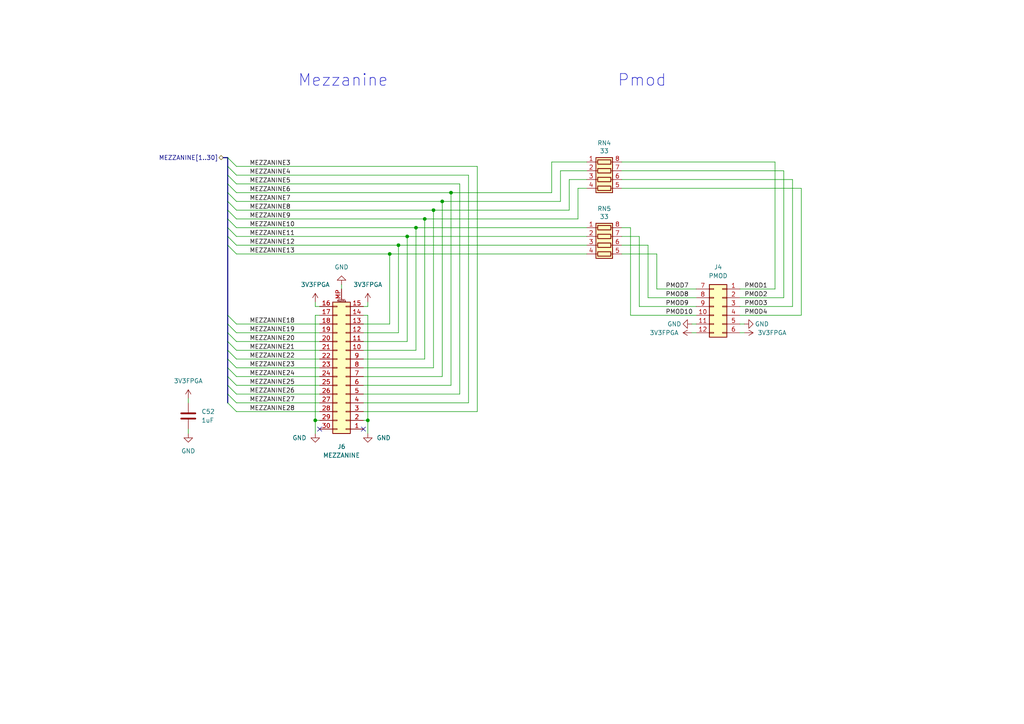
<source format=kicad_sch>
(kicad_sch (version 20230121) (generator eeschema)
  (paper "A4")
  (title_block (title "${TITLE}") (date "${DATE}") (rev "${VERSION}") (company "${COPYRIGHT}") (comment 1 "${LICENSE}"))
  (lib_symbols
    (symbol "Connector_Generic:Conn_02x06_Top_Bottom" (pin_names (offset 1.016) hide)
      (property "Reference" "J" (at 1.27 7.62 0))
      (property "Value" "Conn_02x06_Top_Bottom" (at 1.27 -10.16 0))
      (symbol "Conn_02x06_Top_Bottom_1_1"
        (rectangle (start -1.27 -7.493) (end 0 -7.747) (stroke (width 0.1524)))
        (rectangle (start -1.27 -4.953) (end 0 -5.207) (stroke (width 0.1524)))
        (rectangle (start -1.27 -2.413) (end 0 -2.667) (stroke (width 0.1524)))
        (rectangle (start -1.27 0.127) (end 0 -0.127) (stroke (width 0.1524)))
        (rectangle (start -1.27 2.667) (end 0 2.413) (stroke (width 0.1524)))
        (rectangle (start -1.27 5.207) (end 0 4.953) (stroke (width 0.1524)))
        (rectangle (start -1.27 6.35) (end 3.81 -8.89) (stroke (width 0.254)) (fill (type background)))
        (rectangle (start 3.81 -7.493) (end 2.54 -7.747) (stroke (width 0.1524)))
        (rectangle (start 3.81 -4.953) (end 2.54 -5.207) (stroke (width 0.1524)))
        (rectangle (start 3.81 -2.413) (end 2.54 -2.667) (stroke (width 0.1524)))
        (rectangle (start 3.81 0.127) (end 2.54 -0.127) (stroke (width 0.1524)))
        (rectangle (start 3.81 2.667) (end 2.54 2.413) (stroke (width 0.1524)))
        (rectangle (start 3.81 5.207) (end 2.54 4.953) (stroke (width 0.1524)))
        (pin passive line (at -5.08 5.08 0) (length 3.81) (name "Pin_1") (number "1"))
        (pin passive line (at 7.62 -2.54 180) (length 3.81) (name "Pin_10") (number "10"))
        (pin passive line (at 7.62 -5.08 180) (length 3.81) (name "Pin_11") (number "11"))
        (pin passive line (at 7.62 -7.62 180) (length 3.81) (name "Pin_12") (number "12"))
        (pin passive line (at -5.08 2.54 0) (length 3.81) (name "Pin_2") (number "2"))
        (pin passive line (at -5.08 0 0) (length 3.81) (name "Pin_3") (number "3"))
        (pin passive line (at -5.08 -2.54 0) (length 3.81) (name "Pin_4") (number "4"))
        (pin passive line (at -5.08 -5.08 0) (length 3.81) (name "Pin_5") (number "5"))
        (pin passive line (at -5.08 -7.62 0) (length 3.81) (name "Pin_6") (number "6"))
        (pin passive line (at 7.62 5.08 180) (length 3.81) (name "Pin_7") (number "7"))
        (pin passive line (at 7.62 2.54 180) (length 3.81) (name "Pin_8") (number "8"))
        (pin passive line (at 7.62 0 180) (length 3.81) (name "Pin_9") (number "9"))
      )
    )
    (symbol "Connector_Generic_MountingPin:Conn_02x15_Counter_Clockwise_MountingPin" (pin_names (offset 1.016) hide)
      (property "Reference" "J" (at 1.27 20.32 0))
      (property "Value" "Conn_02x15_Counter_Clockwise_MountingPin" (at 2.54 -20.32 0))
      (symbol "Conn_02x15_Counter_Clockwise_MountingPin_1_1"
        (rectangle (start -1.27 -17.653) (end 0 -17.907) (stroke (width 0.1524)))
        (rectangle (start -1.27 -15.113) (end 0 -15.367) (stroke (width 0.1524)))
        (rectangle (start -1.27 -12.573) (end 0 -12.827) (stroke (width 0.1524)))
        (rectangle (start -1.27 -10.033) (end 0 -10.287) (stroke (width 0.1524)))
        (rectangle (start -1.27 -7.493) (end 0 -7.747) (stroke (width 0.1524)))
        (rectangle (start -1.27 -4.953) (end 0 -5.207) (stroke (width 0.1524)))
        (rectangle (start -1.27 -2.413) (end 0 -2.667) (stroke (width 0.1524)))
        (rectangle (start -1.27 0.127) (end 0 -0.127) (stroke (width 0.1524)))
        (rectangle (start -1.27 2.667) (end 0 2.413) (stroke (width 0.1524)))
        (rectangle (start -1.27 5.207) (end 0 4.953) (stroke (width 0.1524)))
        (rectangle (start -1.27 7.747) (end 0 7.493) (stroke (width 0.1524)))
        (rectangle (start -1.27 10.287) (end 0 10.033) (stroke (width 0.1524)))
        (rectangle (start -1.27 12.827) (end 0 12.573) (stroke (width 0.1524)))
        (rectangle (start -1.27 15.367) (end 0 15.113) (stroke (width 0.1524)))
        (rectangle (start -1.27 17.907) (end 0 17.653) (stroke (width 0.1524)))
        (rectangle (start -1.27 19.05) (end 3.81 -19.05) (stroke (width 0.254)) (fill (type background)))
        (polyline (pts (xy 0.254 -19.812) (xy 2.286 -19.812)) (stroke (width 0.1524)))
        (rectangle (start 3.81 -17.653) (end 2.54 -17.907) (stroke (width 0.1524)))
        (rectangle (start 3.81 -15.113) (end 2.54 -15.367) (stroke (width 0.1524)))
        (rectangle (start 3.81 -12.573) (end 2.54 -12.827) (stroke (width 0.1524)))
        (rectangle (start 3.81 -10.033) (end 2.54 -10.287) (stroke (width 0.1524)))
        (rectangle (start 3.81 -7.493) (end 2.54 -7.747) (stroke (width 0.1524)))
        (rectangle (start 3.81 -4.953) (end 2.54 -5.207) (stroke (width 0.1524)))
        (rectangle (start 3.81 -2.413) (end 2.54 -2.667) (stroke (width 0.1524)))
        (rectangle (start 3.81 0.127) (end 2.54 -0.127) (stroke (width 0.1524)))
        (rectangle (start 3.81 2.667) (end 2.54 2.413) (stroke (width 0.1524)))
        (rectangle (start 3.81 5.207) (end 2.54 4.953) (stroke (width 0.1524)))
        (rectangle (start 3.81 7.747) (end 2.54 7.493) (stroke (width 0.1524)))
        (rectangle (start 3.81 10.287) (end 2.54 10.033) (stroke (width 0.1524)))
        (rectangle (start 3.81 12.827) (end 2.54 12.573) (stroke (width 0.1524)))
        (rectangle (start 3.81 15.367) (end 2.54 15.113) (stroke (width 0.1524)))
        (rectangle (start 3.81 17.907) (end 2.54 17.653) (stroke (width 0.1524)))
        (text "Mounting" (at 1.27 -19.431 0) (effects (font (size 0.381 0.381))))
        (pin passive line (at -5.08 17.78 0) (length 3.81) (name "Pin_1") (number "1"))
        (pin passive line (at -5.08 -5.08 0) (length 3.81) (name "Pin_10") (number "10"))
        (pin passive line (at -5.08 -7.62 0) (length 3.81) (name "Pin_11") (number "11"))
        (pin passive line (at -5.08 -10.16 0) (length 3.81) (name "Pin_12") (number "12"))
        (pin passive line (at -5.08 -12.7 0) (length 3.81) (name "Pin_13") (number "13"))
        (pin passive line (at -5.08 -15.24 0) (length 3.81) (name "Pin_14") (number "14"))
        (pin passive line (at -5.08 -17.78 0) (length 3.81) (name "Pin_15") (number "15"))
        (pin passive line (at 7.62 -17.78 180) (length 3.81) (name "Pin_16") (number "16"))
        (pin passive line (at 7.62 -15.24 180) (length 3.81) (name "Pin_17") (number "17"))
        (pin passive line (at 7.62 -12.7 180) (length 3.81) (name "Pin_18") (number "18"))
        (pin passive line (at 7.62 -10.16 180) (length 3.81) (name "Pin_19") (number "19"))
        (pin passive line (at -5.08 15.24 0) (length 3.81) (name "Pin_2") (number "2"))
        (pin passive line (at 7.62 -7.62 180) (length 3.81) (name "Pin_20") (number "20"))
        (pin passive line (at 7.62 -5.08 180) (length 3.81) (name "Pin_21") (number "21"))
        (pin passive line (at 7.62 -2.54 180) (length 3.81) (name "Pin_22") (number "22"))
        (pin passive line (at 7.62 0 180) (length 3.81) (name "Pin_23") (number "23"))
        (pin passive line (at 7.62 2.54 180) (length 3.81) (name "Pin_24") (number "24"))
        (pin passive line (at 7.62 5.08 180) (length 3.81) (name "Pin_25") (number "25"))
        (pin passive line (at 7.62 7.62 180) (length 3.81) (name "Pin_26") (number "26"))
        (pin passive line (at 7.62 10.16 180) (length 3.81) (name "Pin_27") (number "27"))
        (pin passive line (at 7.62 12.7 180) (length 3.81) (name "Pin_28") (number "28"))
        (pin passive line (at 7.62 15.24 180) (length 3.81) (name "Pin_29") (number "29"))
        (pin passive line (at -5.08 12.7 0) (length 3.81) (name "Pin_3") (number "3"))
        (pin passive line (at 7.62 17.78 180) (length 3.81) (name "Pin_30") (number "30"))
        (pin passive line (at -5.08 10.16 0) (length 3.81) (name "Pin_4") (number "4"))
        (pin passive line (at -5.08 7.62 0) (length 3.81) (name "Pin_5") (number "5"))
        (pin passive line (at -5.08 5.08 0) (length 3.81) (name "Pin_6") (number "6"))
        (pin passive line (at -5.08 2.54 0) (length 3.81) (name "Pin_7") (number "7"))
        (pin passive line (at -5.08 0 0) (length 3.81) (name "Pin_8") (number "8"))
        (pin passive line (at -5.08 -2.54 0) (length 3.81) (name "Pin_9") (number "9"))
        (pin passive line (at 1.27 -22.86 90) (length 3.048) (name "MountPin") (number "MP"))
      )
    )
    (symbol "Device:C" (pin_numbers hide) (pin_names (offset 0.254))
      (property "Reference" "C" (at 0.635 2.54 0))
      (property "Value" "C" (at 0.635 -2.54 0))
      (symbol "C_0_1"
        (polyline (pts (xy -2.032 -0.762) (xy 2.032 -0.762)) (stroke (width 0.508)))
        (polyline (pts (xy -2.032 0.762) (xy 2.032 0.762)) (stroke (width 0.508)))
      )
      (symbol "C_1_1"
        (pin passive line (at 0 3.81 270) (length 2.794) (name "~") (number "1"))
        (pin passive line (at 0 -3.81 90) (length 2.794) (name "~") (number "2"))
      )
    )
    (symbol "Device:R_Pack04" (pin_names (offset 0) hide)
      (property "Reference" "RN" (at -7.62 0 90))
      (property "Value" "R_Pack04" (at 5.08 0 90))
      (symbol "R_Pack04_0_1"
        (rectangle (start -6.35 -2.413) (end 3.81 2.413) (stroke (width 0.254)) (fill (type background)))
        (rectangle (start -5.715 1.905) (end -4.445 -1.905) (stroke (width 0.254)))
        (rectangle (start -3.175 1.905) (end -1.905 -1.905) (stroke (width 0.254)))
        (rectangle (start -0.635 1.905) (end 0.635 -1.905) (stroke (width 0.254)))
        (polyline (pts (xy -5.08 -2.54) (xy -5.08 -1.905)))
        (polyline (pts (xy -5.08 1.905) (xy -5.08 2.54)))
        (polyline (pts (xy -2.54 -2.54) (xy -2.54 -1.905)))
        (polyline (pts (xy -2.54 1.905) (xy -2.54 2.54)))
        (polyline (pts (xy 0 -2.54) (xy 0 -1.905)))
        (polyline (pts (xy 0 1.905) (xy 0 2.54)))
        (polyline (pts (xy 2.54 -2.54) (xy 2.54 -1.905)))
        (polyline (pts (xy 2.54 1.905) (xy 2.54 2.54)))
        (rectangle (start 1.905 1.905) (end 3.175 -1.905) (stroke (width 0.254)))
      )
      (symbol "R_Pack04_1_1"
        (pin passive line (at -5.08 -5.08 90) (length 2.54) (name "R1.1") (number "1"))
        (pin passive line (at -2.54 -5.08 90) (length 2.54) (name "R2.1") (number "2"))
        (pin passive line (at 0 -5.08 90) (length 2.54) (name "R3.1") (number "3"))
        (pin passive line (at 2.54 -5.08 90) (length 2.54) (name "R4.1") (number "4"))
        (pin passive line (at 2.54 5.08 270) (length 2.54) (name "R4.2") (number "5"))
        (pin passive line (at 0 5.08 270) (length 2.54) (name "R3.2") (number "6"))
        (pin passive line (at -2.54 5.08 270) (length 2.54) (name "R2.2") (number "7"))
        (pin passive line (at -5.08 5.08 270) (length 2.54) (name "R1.2") (number "8"))
      )
    )
    (symbol "power:GND" (power) (pin_names (offset 0))
      (property "Value" "GND" (at 0 -3.81 0))
      (symbol "GND_0_1"
        (polyline (pts (xy 0 0) (xy 0 -1.27) (xy 1.27 -1.27) (xy 0 -2.54) (xy -1.27 -1.27) (xy 0 -1.27)))
      )
      (symbol "GND_1_1"
        (pin power_in line (at 0 0 270) (length 0) hide (name "GND") (number "1"))
      )
    )
    (symbol "support_hardware:3V3FPGA" (power) (pin_names (offset 0))
      (property "Value" "3V3FPGA" (at 0 3.81 0))
      (symbol "3V3FPGA_0_1"
        (polyline (pts (xy -0.762 1.27) (xy 0 2.54)))
        (polyline (pts (xy 0 0) (xy 0 2.54)))
        (polyline (pts (xy 0 2.54) (xy 0.762 1.27)))
      )
      (symbol "3V3FPGA_1_1"
        (pin power_in line (at 0 0 90) (length 0) hide (name "3V3FPGA") (number "1"))
      )
    )
  )
  (junction (at 125.73 60.96))
  (junction (at 123.19 63.5))
  (junction (at 115.57 71.12))
  (junction (at 130.81 55.88))
  (junction (at 128.27 58.42))
  (junction (at 120.65 66.04))
  (junction (at 106.68 121.92))
  (junction (at 113.03 73.66))
  (junction (at 118.11 68.58))
  (junction (at 91.44 121.92))
  (no_connect (at 105.41 124.46))
  (no_connect (at 92.71 124.46))
  (bus_entry (at 66.04 68.58) (size 2.54 2.54))
  (bus_entry (at 66.04 53.34) (size 2.54 2.54))
  (bus_entry (at 66.04 63.5) (size 2.54 2.54))
  (bus_entry (at 68.58 116.84) (size -2.54 -2.54))
  (bus_entry (at 66.04 50.8) (size 2.54 2.54))
  (bus_entry (at 68.58 114.3) (size -2.54 -2.54))
  (bus_entry (at 68.58 93.98) (size -2.54 -2.54))
  (bus_entry (at 66.04 48.26) (size 2.54 2.54))
  (bus_entry (at 66.04 58.42) (size 2.54 2.54))
  (bus_entry (at 68.58 96.52) (size -2.54 -2.54))
  (bus_entry (at 68.58 99.06) (size -2.54 -2.54))
  (bus_entry (at 68.58 119.38) (size -2.54 -2.54))
  (bus_entry (at 66.04 60.96) (size 2.54 2.54))
  (bus_entry (at 68.58 111.76) (size -2.54 -2.54))
  (bus_entry (at 66.04 45.72) (size 2.54 2.54))
  (bus_entry (at 68.58 104.14) (size -2.54 -2.54))
  (bus_entry (at 66.04 66.04) (size 2.54 2.54))
  (bus_entry (at 66.04 71.12) (size 2.54 2.54))
  (bus_entry (at 68.58 109.22) (size -2.54 -2.54))
  (bus_entry (at 68.58 101.6) (size -2.54 -2.54))
  (bus_entry (at 68.58 106.68) (size -2.54 -2.54))
  (bus_entry (at 66.04 55.88) (size 2.54 2.54))
  (wire (pts (xy 113.03 73.66) (xy 170.18 73.66)))
  (bus (pts (xy 66.04 71.12) (xy 66.04 91.44)))
  (wire (pts (xy 138.43 48.26) (xy 138.43 119.38)))
  (wire (pts (xy 187.96 86.36) (xy 201.93 86.36)))
  (wire (pts (xy 99.06 83.82) (xy 99.06 82.55)))
  (wire (pts (xy 106.68 88.9) (xy 106.68 87.63)))
  (wire (pts (xy 180.34 68.58) (xy 185.42 68.58)))
  (wire (pts (xy 115.57 71.12) (xy 115.57 96.52)))
  (wire (pts (xy 170.18 49.53) (xy 162.56 49.53)))
  (wire (pts (xy 201.93 96.52) (xy 200.66 96.52)))
  (wire (pts (xy 68.58 104.14) (xy 92.71 104.14)))
  (wire (pts (xy 232.41 91.44) (xy 232.41 54.61)))
  (bus (pts (xy 66.04 48.26) (xy 66.04 50.8)))
  (bus (pts (xy 66.04 109.22) (xy 66.04 111.76)))
  (wire (pts (xy 167.64 63.5) (xy 167.64 54.61)))
  (wire (pts (xy 130.81 55.88) (xy 130.81 111.76)))
  (wire (pts (xy 120.65 66.04) (xy 120.65 101.6)))
  (wire (pts (xy 229.87 88.9) (xy 214.63 88.9)))
  (wire (pts (xy 91.44 91.44) (xy 91.44 121.92)))
  (wire (pts (xy 180.34 66.04) (xy 182.88 66.04)))
  (wire (pts (xy 68.58 109.22) (xy 92.71 109.22)))
  (bus (pts (xy 66.04 106.68) (xy 66.04 109.22)))
  (wire (pts (xy 130.81 111.76) (xy 105.41 111.76)))
  (wire (pts (xy 201.93 88.9) (xy 185.42 88.9)))
  (wire (pts (xy 68.58 73.66) (xy 113.03 73.66)))
  (wire (pts (xy 185.42 88.9) (xy 185.42 68.58)))
  (bus (pts (xy 66.04 63.5) (xy 66.04 66.04)))
  (wire (pts (xy 123.19 63.5) (xy 123.19 104.14)))
  (wire (pts (xy 214.63 93.98) (xy 215.9 93.98)))
  (wire (pts (xy 215.9 96.52) (xy 214.63 96.52)))
  (wire (pts (xy 133.35 114.3) (xy 105.41 114.3)))
  (wire (pts (xy 190.5 73.66) (xy 180.34 73.66)))
  (wire (pts (xy 214.63 91.44) (xy 232.41 91.44)))
  (wire (pts (xy 92.71 121.92) (xy 91.44 121.92)))
  (wire (pts (xy 68.58 71.12) (xy 115.57 71.12)))
  (wire (pts (xy 120.65 66.04) (xy 170.18 66.04)))
  (bus (pts (xy 66.04 104.14) (xy 66.04 106.68)))
  (wire (pts (xy 180.34 49.53) (xy 227.33 49.53)))
  (wire (pts (xy 125.73 60.96) (xy 125.73 106.68)))
  (wire (pts (xy 91.44 88.9) (xy 91.44 87.63)))
  (wire (pts (xy 170.18 46.99) (xy 160.02 46.99)))
  (wire (pts (xy 187.96 71.12) (xy 187.96 86.36)))
  (wire (pts (xy 123.19 104.14) (xy 105.41 104.14)))
  (wire (pts (xy 224.79 46.99) (xy 180.34 46.99)))
  (wire (pts (xy 113.03 73.66) (xy 113.03 93.98)))
  (wire (pts (xy 68.58 58.42) (xy 128.27 58.42)))
  (bus (pts (xy 66.04 50.8) (xy 66.04 53.34)))
  (wire (pts (xy 105.41 109.22) (xy 128.27 109.22)))
  (wire (pts (xy 201.93 83.82) (xy 190.5 83.82)))
  (wire (pts (xy 113.03 93.98) (xy 105.41 93.98)))
  (wire (pts (xy 92.71 88.9) (xy 91.44 88.9)))
  (wire (pts (xy 68.58 48.26) (xy 138.43 48.26)))
  (wire (pts (xy 54.61 115.57) (xy 54.61 116.84)))
  (wire (pts (xy 162.56 58.42) (xy 128.27 58.42)))
  (wire (pts (xy 106.68 121.92) (xy 106.68 125.73)))
  (wire (pts (xy 68.58 111.76) (xy 92.71 111.76)))
  (wire (pts (xy 165.1 60.96) (xy 125.73 60.96)))
  (wire (pts (xy 190.5 83.82) (xy 190.5 73.66)))
  (wire (pts (xy 68.58 116.84) (xy 92.71 116.84)))
  (wire (pts (xy 125.73 106.68) (xy 105.41 106.68)))
  (wire (pts (xy 180.34 71.12) (xy 187.96 71.12)))
  (wire (pts (xy 160.02 46.99) (xy 160.02 55.88)))
  (wire (pts (xy 167.64 54.61) (xy 170.18 54.61)))
  (wire (pts (xy 214.63 83.82) (xy 224.79 83.82)))
  (wire (pts (xy 92.71 91.44) (xy 91.44 91.44)))
  (bus (pts (xy 66.04 66.04) (xy 66.04 68.58)))
  (wire (pts (xy 118.11 68.58) (xy 118.11 99.06)))
  (bus (pts (xy 66.04 45.72) (xy 66.04 48.26)))
  (wire (pts (xy 106.68 91.44) (xy 106.68 121.92)))
  (wire (pts (xy 123.19 63.5) (xy 167.64 63.5)))
  (wire (pts (xy 91.44 121.92) (xy 91.44 125.73)))
  (wire (pts (xy 229.87 88.9) (xy 229.87 52.07)))
  (wire (pts (xy 68.58 53.34) (xy 133.35 53.34)))
  (wire (pts (xy 182.88 66.04) (xy 182.88 91.44)))
  (wire (pts (xy 68.58 106.68) (xy 92.71 106.68)))
  (wire (pts (xy 68.58 55.88) (xy 130.81 55.88)))
  (wire (pts (xy 68.58 119.38) (xy 92.71 119.38)))
  (wire (pts (xy 118.11 99.06) (xy 105.41 99.06)))
  (bus (pts (xy 66.04 111.76) (xy 66.04 114.3)))
  (bus (pts (xy 66.04 60.96) (xy 66.04 63.5)))
  (bus (pts (xy 66.04 101.6) (xy 66.04 104.14)))
  (bus (pts (xy 66.04 53.34) (xy 66.04 55.88)))
  (wire (pts (xy 92.71 96.52) (xy 68.58 96.52)))
  (wire (pts (xy 128.27 109.22) (xy 128.27 58.42)))
  (wire (pts (xy 200.66 93.98) (xy 201.93 93.98)))
  (wire (pts (xy 120.65 101.6) (xy 105.41 101.6)))
  (wire (pts (xy 118.11 68.58) (xy 170.18 68.58)))
  (wire (pts (xy 105.41 121.92) (xy 106.68 121.92)))
  (wire (pts (xy 227.33 86.36) (xy 214.63 86.36)))
  (wire (pts (xy 68.58 114.3) (xy 92.71 114.3)))
  (bus (pts (xy 66.04 55.88) (xy 66.04 58.42)))
  (wire (pts (xy 115.57 71.12) (xy 170.18 71.12)))
  (wire (pts (xy 182.88 91.44) (xy 201.93 91.44)))
  (wire (pts (xy 68.58 60.96) (xy 125.73 60.96)))
  (wire (pts (xy 227.33 49.53) (xy 227.33 86.36)))
  (wire (pts (xy 92.71 99.06) (xy 68.58 99.06)))
  (bus (pts (xy 66.04 114.3) (xy 66.04 116.84)))
  (wire (pts (xy 105.41 88.9) (xy 106.68 88.9)))
  (bus (pts (xy 66.04 68.58) (xy 66.04 71.12)))
  (bus (pts (xy 66.04 99.06) (xy 66.04 101.6)))
  (wire (pts (xy 68.58 101.6) (xy 92.71 101.6)))
  (wire (pts (xy 138.43 119.38) (xy 105.41 119.38)))
  (wire (pts (xy 135.89 50.8) (xy 135.89 116.84)))
  (bus (pts (xy 66.04 96.52) (xy 66.04 99.06)))
  (wire (pts (xy 54.61 124.46) (xy 54.61 125.73)))
  (wire (pts (xy 165.1 52.07) (xy 165.1 60.96)))
  (wire (pts (xy 115.57 96.52) (xy 105.41 96.52)))
  (bus (pts (xy 64.77 45.72) (xy 66.04 45.72)))
  (bus (pts (xy 66.04 91.44) (xy 66.04 93.98)))
  (wire (pts (xy 68.58 66.04) (xy 120.65 66.04)))
  (wire (pts (xy 170.18 52.07) (xy 165.1 52.07)))
  (wire (pts (xy 135.89 116.84) (xy 105.41 116.84)))
  (wire (pts (xy 229.87 52.07) (xy 180.34 52.07)))
  (bus (pts (xy 66.04 93.98) (xy 66.04 96.52)))
  (wire (pts (xy 133.35 53.34) (xy 133.35 114.3)))
  (wire (pts (xy 160.02 55.88) (xy 130.81 55.88)))
  (wire (pts (xy 162.56 49.53) (xy 162.56 58.42)))
  (wire (pts (xy 105.41 91.44) (xy 106.68 91.44)))
  (wire (pts (xy 232.41 54.61) (xy 180.34 54.61)))
  (bus (pts (xy 66.04 58.42) (xy 66.04 60.96)))
  (wire (pts (xy 68.58 93.98) (xy 92.71 93.98)))
  (wire (pts (xy 224.79 83.82) (xy 224.79 46.99)))
  (wire (pts (xy 68.58 50.8) (xy 135.89 50.8)))
  (wire (pts (xy 68.58 68.58) (xy 118.11 68.58)))
  (wire (pts (xy 68.58 63.5) (xy 123.19 63.5)))
  (text "Pmod" (at 179.07 25.4 0) (effects (font (size 3.4036 3.4036)) (justify left bottom)))
  (text "Mezzanine" (at 86.36 25.4 0) (effects (font (size 3.4036 3.4036)) (justify left bottom)))
  (label "MEZZANINE23" (at 72.39 106.68 0))
  (label "MEZZANINE8" (at 72.39 60.96 0))
  (label "MEZZANINE28" (at 72.39 119.38 0))
  (label "PMOD7" (at 193.04 83.82 0))
  (label "PMOD3" (at 215.9 88.9 0))
  (label "MEZZANINE10" (at 72.39 66.04 0))
  (label "PMOD1" (at 215.9 83.82 0))
  (label "MEZZANINE4" (at 72.39 50.8 0))
  (label "MEZZANINE26" (at 72.39 114.3 0))
  (label "PMOD2" (at 215.9 86.36 0))
  (label "MEZZANINE11" (at 72.39 68.58 0))
  (label "MEZZANINE9" (at 72.39 63.5 0))
  (label "PMOD9" (at 193.04 88.9 0))
  (label "MEZZANINE13" (at 72.39 73.66 0))
  (label "PMOD8" (at 193.04 86.36 0))
  (label "MEZZANINE7" (at 72.39 58.42 0))
  (label "MEZZANINE21" (at 72.39 101.6 0))
  (label "MEZZANINE22" (at 72.39 104.14 0))
  (label "MEZZANINE5" (at 72.39 53.34 0))
  (label "MEZZANINE27" (at 72.39 116.84 0))
  (label "MEZZANINE12" (at 72.39 71.12 0))
  (label "MEZZANINE25" (at 72.39 111.76 0))
  (label "MEZZANINE24" (at 72.39 109.22 0))
  (label "MEZZANINE19" (at 72.39 96.52 0))
  (label "PMOD4" (at 215.9 91.44 0))
  (label "MEZZANINE3" (at 72.39 48.26 0))
  (label "MEZZANINE6" (at 72.39 55.88 0))
  (label "PMOD10" (at 193.04 91.44 0))
  (label "MEZZANINE20" (at 72.39 99.06 0))
  (label "MEZZANINE18" (at 72.39 93.98 0))
  (hierarchical_label "MEZZANINE[1..30]" (shape bidirectional) (at 64.77 45.72 180))
  (symbol (lib_id "support_hardware:3V3FPGA") (at 215.9 96.52 270) (unit 1)
    (property "Reference" "#PWR0128" (effects hide))
    (property "Value" "3V3FPGA" (at 219.71 96.52 90) (effects (justify left)))
  )
  (symbol (lib_id "power:GND") (at 200.66 93.98 270) (mirror x) (unit 1)
    (property "Reference" "#PWR0126" (effects hide))
    (property "Value" "GND" (at 195.58 93.98 90))
  )
  (symbol (lib_id "support_hardware:3V3FPGA") (at 54.61 115.57 0) (unit 1)
    (property "Reference" "#PWR057" (effects hide))
    (property "Value" "3V3FPGA" (at 54.61 110.49 0))
  )
  (symbol (lib_id "Connector_Generic_MountingPin:Conn_02x15_Counter_Clockwise_MountingPin") (at 100.33 106.68 180) (unit 1)
    (property "Reference" "J6" (at 99.06 129.54 0))
    (property "Value" "MEZZANINE" (at 99.06 132.0769 0))
    (property "Footprint" "mainboard:Amphenol_10132798-03" (effects hide))
    (property "Description" "CONN RCPT 30POS SMD GOLD" (effects hide))
    (property "Manufacturer" "Amphenol" (effects hide))
    (property "Part Number" "10132798-031100LF" (effects hide))
  )
  (symbol (lib_id "power:GND") (at 106.68 125.73 0) (unit 1)
    (property "Reference" "#PWR0133" (effects hide))
    (property "Value" "GND" (at 109.22 127 0) (effects (justify left)))
  )
  (symbol (lib_id "power:GND") (at 215.9 93.98 90) (mirror x) (unit 1)
    (property "Reference" "#PWR0127" (effects hide))
    (property "Value" "GND" (at 220.98 93.98 90))
  )
  (symbol (lib_id "power:GND") (at 91.44 125.73 0) (unit 1)
    (property "Reference" "#PWR0132" (effects hide))
    (property "Value" "GND" (at 88.9 127 0) (effects (justify right)))
  )
  (symbol (lib_id "support_hardware:3V3FPGA") (at 91.44 87.63 0) (unit 1)
    (property "Reference" "#PWR023" (effects hide))
    (property "Value" "3V3FPGA" (at 91.44 82.55 0))
  )
  (symbol (lib_id "Device:R_Pack04") (at 175.26 52.07 270) (unit 1)
    (property "Reference" "RN4" (at 175.26 41.4782 90))
    (property "Value" "33" (at 175.26 43.7896 90))
    (property "Footprint" "Resistor_SMD:R_Array_Convex_4x0402" (effects hide))
    (property "Description" "RES ARRAY 4 RES 33 OHM 0804" (effects hide))
    (property "Manufacturer" "Yageo" (effects hide))
    (property "Part Number" "YC124-JR-0733RL" (effects hide))
    (property "Substitution" "any equivalent" (effects hide))
  )
  (symbol (lib_id "Device:C") (at 54.61 120.65 0) (unit 1)
    (property "Reference" "C52" (at 58.42 119.38 0) (effects (justify left)))
    (property "Value" "1uF" (at 58.42 121.92 0) (effects (justify left)))
    (property "Footprint" "Capacitor_SMD:C_0402_1005Metric" (effects hide))
    (property "Part Number" "CL05A105KP5NNNC" (effects hide))
    (property "Substitution" "any equivalent" (effects hide))
    (property "Description" "CAP CER 1UF 10V X5R 0402" (effects hide))
    (property "Manufacturer" "Samsung" (effects hide))
  )
  (symbol (lib_id "Connector_Generic:Conn_02x06_Top_Bottom") (at 209.55 88.9 0) (mirror y) (unit 1)
    (property "Reference" "J4" (at 208.28 77.47 0))
    (property "Value" "PMOD" (at 208.28 80.01 0))
    (property "Footprint" "mainboard:PinSocket_2x06_P2.54mm_PMOD" (effects hide))
    (property "Part Number" "DW254W-22-12-85" (effects hide))
    (property "Manufacturer" "DEALON" (effects hide))
    (property "Description" "CONN HDR 12POS 0.1 GOLD PCB R/A" (effects hide))
    (property "Substitution" "HCTL PM254-2-06-W-8.5, Sullins PPPC062LJBN-RC" (effects hide))
  )
  (symbol (lib_id "support_hardware:3V3FPGA") (at 106.68 87.63 0) (unit 1)
    (property "Reference" "#PWR0124" (effects hide))
    (property "Value" "3V3FPGA" (at 106.68 82.55 0))
  )
  (symbol (lib_id "power:GND") (at 54.61 125.73 0) (unit 1)
    (property "Reference" "#PWR060" (effects hide))
    (property "Value" "GND" (at 54.61 130.81 0))
  )
  (symbol (lib_id "power:GND") (at 99.06 82.55 180) (unit 1)
    (property "Reference" "#PWR0123" (effects hide))
    (property "Value" "GND" (at 99.06 77.47 0))
  )
  (symbol (lib_id "support_hardware:3V3FPGA") (at 200.66 96.52 90) (unit 1)
    (property "Reference" "#PWR0125" (effects hide))
    (property "Value" "3V3FPGA" (at 196.85 96.52 90) (effects (justify left)))
  )
  (symbol (lib_id "Device:R_Pack04") (at 175.26 71.12 270) (unit 1)
    (property "Reference" "RN5" (at 175.26 60.5282 90))
    (property "Value" "33" (at 175.26 62.8396 90))
    (property "Footprint" "Resistor_SMD:R_Array_Convex_4x0402" (effects hide))
    (property "Description" "RES ARRAY 4 RES 33 OHM 0804" (effects hide))
    (property "Manufacturer" "Yageo" (effects hide))
    (property "Part Number" "YC124-JR-0733RL" (effects hide))
    (property "Substitution" "any equivalent" (effects hide))
  )
)
</source>
